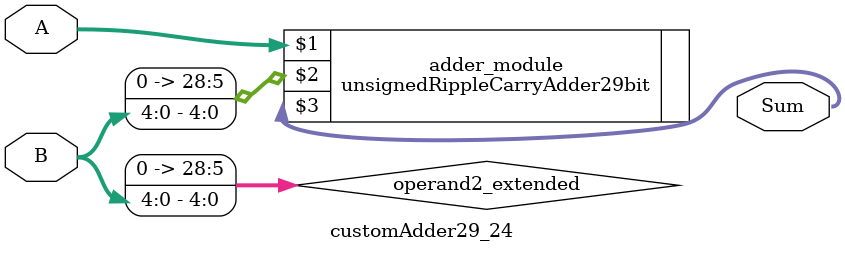
<source format=v>

module customAdder29_24(
                    input [28 : 0] A,
                    input [4 : 0] B,
                    
                    output [29 : 0] Sum
            );

    wire [28 : 0] operand2_extended;
    
    assign operand2_extended =  {24'b0, B};
    
    unsignedRippleCarryAdder29bit adder_module(
        A,
        operand2_extended,
        Sum
    );
    
endmodule
        
</source>
